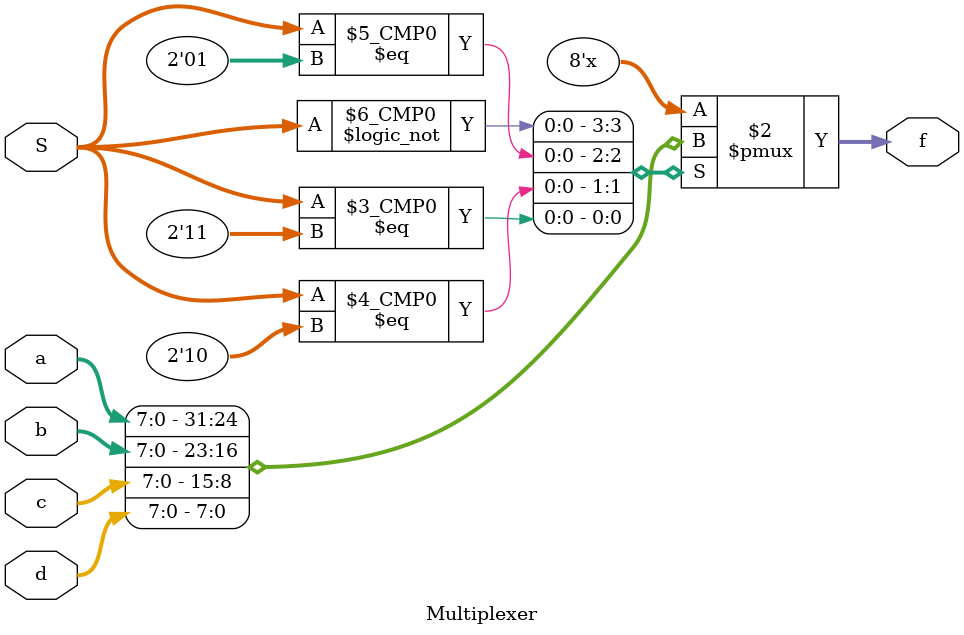
<source format=v>
module Multiplexer(
	input [7:0] a,
	input [7:0] b, 
	input [7:0] c,
	input [7:0] d,
	input [1:0] S,
	output reg [7:0]f
	
	);
	
	always@(a or b or c or d or S)
	begin
		case(S)
			2'b00 : f = a;
			2'b01 : f = b;	
			2'b10 : f = c;
			2'b11 : f = d;
		endcase
	end
	
endmodule

</source>
